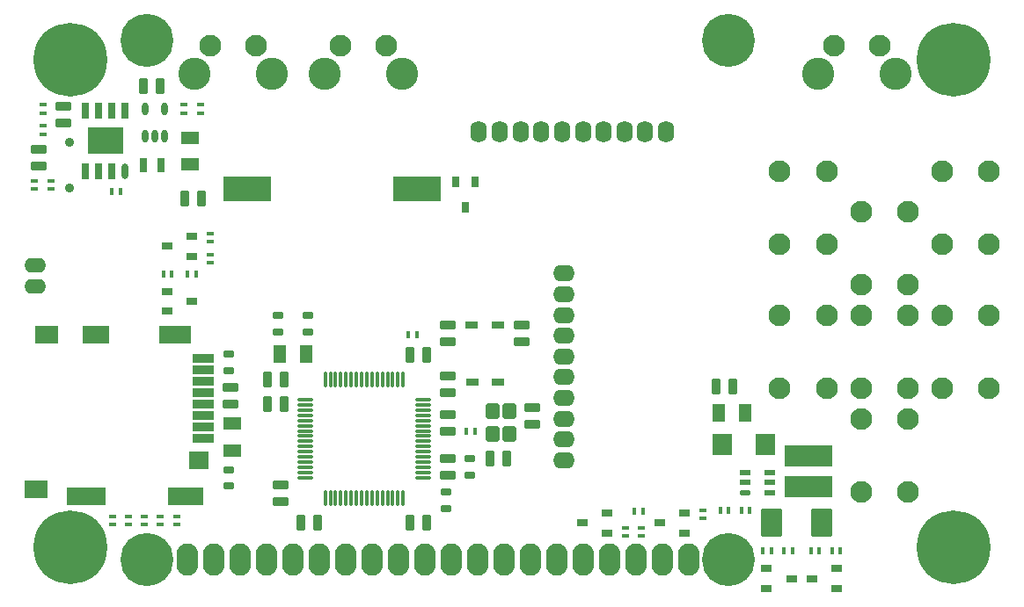
<source format=gbs>
G04 Layer_Color=16711935*
%FSLAX44Y44*%
%MOMM*%
G71*
G01*
G75*
%ADD23C,0.9000*%
%ADD64C,7.1000*%
%ADD65C,2.1000*%
%ADD66C,3.1000*%
%ADD67C,0.1000*%
%ADD68C,5.1000*%
%ADD69O,2.1000X3.1000*%
%ADD70O,2.1000X1.4000*%
%ADD71O,1.6000X2.1000*%
%ADD72O,2.1000X1.6000*%
G04:AMPARAMS|DCode=73|XSize=0.8mm|YSize=1.5mm|CornerRadius=0.12mm|HoleSize=0mm|Usage=FLASHONLY|Rotation=270.000|XOffset=0mm|YOffset=0mm|HoleType=Round|Shape=RoundedRectangle|*
%AMROUNDEDRECTD73*
21,1,0.8000,1.2600,0,0,270.0*
21,1,0.5600,1.5000,0,0,270.0*
1,1,0.2400,-0.6300,-0.2800*
1,1,0.2400,-0.6300,0.2800*
1,1,0.2400,0.6300,0.2800*
1,1,0.2400,0.6300,-0.2800*
%
%ADD73ROUNDEDRECTD73*%
%ADD74R,1.8000X1.3000*%
G04:AMPARAMS|DCode=75|XSize=0.8mm|YSize=1.5mm|CornerRadius=0.12mm|HoleSize=0mm|Usage=FLASHONLY|Rotation=0.000|XOffset=0mm|YOffset=0mm|HoleType=Round|Shape=RoundedRectangle|*
%AMROUNDEDRECTD75*
21,1,0.8000,1.2600,0,0,0.0*
21,1,0.5600,1.5000,0,0,0.0*
1,1,0.2400,0.2800,-0.6300*
1,1,0.2400,-0.2800,-0.6300*
1,1,0.2400,-0.2800,0.6300*
1,1,0.2400,0.2800,0.6300*
%
%ADD75ROUNDEDRECTD75*%
G04:AMPARAMS|DCode=76|XSize=2.1mm|YSize=2.7mm|CornerRadius=0.25mm|HoleSize=0mm|Usage=FLASHONLY|Rotation=180.000|XOffset=0mm|YOffset=0mm|HoleType=Round|Shape=RoundedRectangle|*
%AMROUNDEDRECTD76*
21,1,2.1000,2.2000,0,0,180.0*
21,1,1.6000,2.7000,0,0,180.0*
1,1,0.5000,-0.8000,1.1000*
1,1,0.5000,0.8000,1.1000*
1,1,0.5000,0.8000,-1.1000*
1,1,0.5000,-0.8000,-1.1000*
%
%ADD76ROUNDEDRECTD76*%
%ADD77R,1.3000X1.8000*%
%ADD78R,1.9000X2.1000*%
%ADD79R,0.8000X1.1000*%
%ADD80R,0.7000X1.5000*%
%ADD81O,0.7000X1.5000*%
%ADD82R,3.4000X2.5100*%
%ADD83O,0.7000X1.2000*%
%ADD84O,1.1000X0.5500*%
%ADD85R,1.1000X0.5500*%
%ADD86O,1.5000X0.4000*%
%ADD87O,0.4000X1.5000*%
%ADD88R,4.6000X2.4000*%
%ADD89R,0.8000X1.4000*%
G04:AMPARAMS|DCode=90|XSize=0.7mm|YSize=1.1mm|CornerRadius=0.155mm|HoleSize=0mm|Usage=FLASHONLY|Rotation=270.000|XOffset=0mm|YOffset=0mm|HoleType=Round|Shape=RoundedRectangle|*
%AMROUNDEDRECTD90*
21,1,0.7000,0.7900,0,0,270.0*
21,1,0.3900,1.1000,0,0,270.0*
1,1,0.3100,-0.3950,-0.1950*
1,1,0.3100,-0.3950,0.1950*
1,1,0.3100,0.3950,0.1950*
1,1,0.3100,0.3950,-0.1950*
%
%ADD90ROUNDEDRECTD90*%
%ADD91R,4.6000X2.1000*%
%ADD92R,0.7000X0.4000*%
%ADD93R,0.4000X0.7000*%
%ADD94R,1.1000X0.8000*%
%ADD95R,2.1000X0.9000*%
%ADD96R,1.9000X1.7000*%
%ADD97R,3.5000X1.8000*%
%ADD98R,3.1000X1.8000*%
%ADD99R,2.6000X1.8000*%
%ADD100R,3.7000X1.8000*%
%ADD101R,2.3000X1.8000*%
G04:AMPARAMS|DCode=102|XSize=1.5mm|YSize=1.3mm|CornerRadius=0.17mm|HoleSize=0mm|Usage=FLASHONLY|Rotation=90.000|XOffset=0mm|YOffset=0mm|HoleType=Round|Shape=RoundedRectangle|*
%AMROUNDEDRECTD102*
21,1,1.5000,0.9600,0,0,90.0*
21,1,1.1600,1.3000,0,0,90.0*
1,1,0.3400,0.4800,0.5800*
1,1,0.3400,0.4800,-0.5800*
1,1,0.3400,-0.4800,-0.5800*
1,1,0.3400,-0.4800,0.5800*
%
%ADD102ROUNDEDRECTD102*%
%ADD103R,1.3000X0.8000*%
D23*
X49397Y396500D02*
D03*
Y440500D02*
D03*
D64*
X50000Y50000D02*
D03*
Y520000D02*
D03*
X900000D02*
D03*
Y50000D02*
D03*
D65*
X784750Y534000D02*
D03*
X829000D02*
D03*
X309750D02*
D03*
X354000D02*
D03*
X184500D02*
D03*
X228750D02*
D03*
X732750Y413000D02*
D03*
X777750D02*
D03*
Y342500D02*
D03*
X732750D02*
D03*
X810750Y374000D02*
D03*
X855750D02*
D03*
Y303500D02*
D03*
X810750D02*
D03*
X888750Y413000D02*
D03*
X933750D02*
D03*
Y342500D02*
D03*
X888750D02*
D03*
X732750Y274000D02*
D03*
X777750D02*
D03*
Y203500D02*
D03*
X732750D02*
D03*
X810750Y274000D02*
D03*
X855750D02*
D03*
Y203500D02*
D03*
X810750D02*
D03*
X888750Y274000D02*
D03*
X933750D02*
D03*
Y203500D02*
D03*
X888750D02*
D03*
X810750Y174000D02*
D03*
X855750D02*
D03*
Y103500D02*
D03*
X810750D02*
D03*
D66*
X769750Y506750D02*
D03*
X844000D02*
D03*
X294750D02*
D03*
X369000D02*
D03*
X169500D02*
D03*
X243750D02*
D03*
D67*
X266897Y395750D02*
D03*
X341397D02*
D03*
D68*
X683400Y38750D02*
D03*
Y538500D02*
D03*
X123500D02*
D03*
Y38750D02*
D03*
D69*
X162200Y38650D02*
D03*
X187600D02*
D03*
X213000D02*
D03*
X238400D02*
D03*
X263800D02*
D03*
X289200D02*
D03*
X314600D02*
D03*
X340000D02*
D03*
X365400D02*
D03*
X390800D02*
D03*
X416200D02*
D03*
X441600D02*
D03*
X467000D02*
D03*
X492400D02*
D03*
X517800D02*
D03*
X543200D02*
D03*
X568600D02*
D03*
X594000D02*
D03*
X619400D02*
D03*
X644800D02*
D03*
D70*
X16250Y302250D02*
D03*
Y322250D02*
D03*
D71*
X443250Y451253D02*
D03*
X463250D02*
D03*
X483250D02*
D03*
X503250D02*
D03*
X523250D02*
D03*
X543250D02*
D03*
X563250D02*
D03*
X583250D02*
D03*
X603250D02*
D03*
X623250D02*
D03*
D72*
X525000Y314250D02*
D03*
Y294250D02*
D03*
Y274250D02*
D03*
Y254250D02*
D03*
Y234250D02*
D03*
Y214250D02*
D03*
Y194250D02*
D03*
Y174250D02*
D03*
Y154250D02*
D03*
Y134250D02*
D03*
D73*
X19500Y418000D02*
D03*
Y434000D02*
D03*
X43000Y475000D02*
D03*
Y459000D02*
D03*
X204250Y204750D02*
D03*
Y188750D02*
D03*
X494750Y168750D02*
D03*
Y184750D02*
D03*
X413250Y162250D02*
D03*
Y178250D02*
D03*
Y248250D02*
D03*
Y264250D02*
D03*
X484250Y248250D02*
D03*
Y264250D02*
D03*
X413250Y215500D02*
D03*
Y199500D02*
D03*
X252250Y110500D02*
D03*
Y94500D02*
D03*
X413250Y135500D02*
D03*
Y119500D02*
D03*
D74*
X165000Y419250D02*
D03*
Y445250D02*
D03*
X205750Y169750D02*
D03*
Y143750D02*
D03*
D75*
X176000Y386750D02*
D03*
X160000D02*
D03*
X136500Y495000D02*
D03*
X120500D02*
D03*
X687250Y205250D02*
D03*
X671250D02*
D03*
X272250Y74500D02*
D03*
X288250D02*
D03*
X469750Y135750D02*
D03*
X453750D02*
D03*
X239750Y188500D02*
D03*
X255750D02*
D03*
X239750Y212000D02*
D03*
X255750D02*
D03*
X393250Y235500D02*
D03*
X377250D02*
D03*
X393250Y74500D02*
D03*
X377250D02*
D03*
D76*
X725000Y74250D02*
D03*
X773000D02*
D03*
D77*
X673750Y180250D02*
D03*
X699750D02*
D03*
X277250Y237000D02*
D03*
X251250D02*
D03*
D78*
X719000Y149250D02*
D03*
X677000D02*
D03*
D79*
X430000Y378250D02*
D03*
X439500Y402250D02*
D03*
X420500D02*
D03*
D80*
X102550Y471500D02*
D03*
X89850D02*
D03*
X77150D02*
D03*
X64450D02*
D03*
X64450Y412500D02*
D03*
X77150D02*
D03*
X89850D02*
D03*
D81*
X102550D02*
D03*
D82*
X83500Y442000D02*
D03*
D83*
X121750Y473000D02*
D03*
X140750D02*
D03*
X121750Y447000D02*
D03*
X131250D02*
D03*
X140750D02*
D03*
D84*
X699500Y103250D02*
D03*
D85*
Y112750D02*
D03*
Y122250D02*
D03*
X723500D02*
D03*
Y112750D02*
D03*
Y103250D02*
D03*
D86*
X389750Y192500D02*
D03*
Y187500D02*
D03*
Y182500D02*
D03*
Y177500D02*
D03*
Y172500D02*
D03*
Y167500D02*
D03*
Y162500D02*
D03*
Y157500D02*
D03*
Y152500D02*
D03*
Y147500D02*
D03*
Y142500D02*
D03*
Y137500D02*
D03*
Y132500D02*
D03*
Y127500D02*
D03*
Y122500D02*
D03*
Y117500D02*
D03*
X275750D02*
D03*
Y122500D02*
D03*
Y127500D02*
D03*
Y132500D02*
D03*
Y137500D02*
D03*
Y142500D02*
D03*
Y147500D02*
D03*
Y152500D02*
D03*
Y157500D02*
D03*
Y162500D02*
D03*
Y167500D02*
D03*
Y172500D02*
D03*
Y177500D02*
D03*
Y182500D02*
D03*
Y187500D02*
D03*
Y192500D02*
D03*
D87*
X370250Y98000D02*
D03*
X365250D02*
D03*
X360250D02*
D03*
X355250D02*
D03*
X350250D02*
D03*
X345250D02*
D03*
X340250D02*
D03*
X335250D02*
D03*
X330250D02*
D03*
X325250D02*
D03*
X320250D02*
D03*
X315250D02*
D03*
X310250D02*
D03*
X305250D02*
D03*
X300250D02*
D03*
X295250D02*
D03*
Y212000D02*
D03*
X300250D02*
D03*
X305250D02*
D03*
X310250D02*
D03*
X315250D02*
D03*
X320250D02*
D03*
X325250D02*
D03*
X330250D02*
D03*
X335250D02*
D03*
X340250D02*
D03*
X345250D02*
D03*
X350250D02*
D03*
X355250D02*
D03*
X360250D02*
D03*
X365250D02*
D03*
X370250D02*
D03*
D88*
X219897Y395750D02*
D03*
X383897D02*
D03*
D89*
X137500Y419000D02*
D03*
X120500D02*
D03*
D90*
X278250Y274000D02*
D03*
Y258000D02*
D03*
X202250Y236750D02*
D03*
Y220750D02*
D03*
Y109250D02*
D03*
Y125250D02*
D03*
X411250Y87500D02*
D03*
Y103500D02*
D03*
X250250Y274000D02*
D03*
Y258000D02*
D03*
X434750Y120000D02*
D03*
Y136000D02*
D03*
D91*
X760500Y108750D02*
D03*
Y138750D02*
D03*
D92*
X23500Y469000D02*
D03*
Y477000D02*
D03*
Y448500D02*
D03*
Y456500D02*
D03*
X15500Y403500D02*
D03*
Y395500D02*
D03*
X31000D02*
D03*
Y403500D02*
D03*
X184750Y345000D02*
D03*
Y353000D02*
D03*
Y324500D02*
D03*
Y332500D02*
D03*
X175000Y477000D02*
D03*
Y469000D02*
D03*
X159500Y477000D02*
D03*
Y469000D02*
D03*
X105750Y72000D02*
D03*
Y80000D02*
D03*
X90250Y72000D02*
D03*
Y80000D02*
D03*
X152250Y72000D02*
D03*
Y80000D02*
D03*
X136750Y72000D02*
D03*
Y80000D02*
D03*
X121250Y72000D02*
D03*
Y80000D02*
D03*
X584000Y69250D02*
D03*
Y61250D02*
D03*
X599500Y69250D02*
D03*
Y61250D02*
D03*
X658500Y78250D02*
D03*
Y86250D02*
D03*
D93*
X98000Y393000D02*
D03*
X90000D02*
D03*
X147750Y314000D02*
D03*
X139750D02*
D03*
X170750D02*
D03*
X162750D02*
D03*
X724500Y46750D02*
D03*
X716500D02*
D03*
X745000D02*
D03*
X737000D02*
D03*
X783000D02*
D03*
X791000D02*
D03*
X683500Y86250D02*
D03*
X675500D02*
D03*
X762500Y46750D02*
D03*
X770500D02*
D03*
X704000Y86250D02*
D03*
X696000D02*
D03*
X439250Y161750D02*
D03*
X431250D02*
D03*
X383250Y255000D02*
D03*
X375250D02*
D03*
X601000Y84750D02*
D03*
X593000D02*
D03*
D94*
X167250Y287500D02*
D03*
X143250Y297000D02*
D03*
Y278000D02*
D03*
X143250Y340500D02*
D03*
X167250Y331000D02*
D03*
Y350000D02*
D03*
X744000Y20250D02*
D03*
X720000Y29750D02*
D03*
Y10750D02*
D03*
X763500Y20250D02*
D03*
X787500Y10750D02*
D03*
Y29750D02*
D03*
X542500Y73750D02*
D03*
X566500Y64250D02*
D03*
Y83250D02*
D03*
X617000Y73750D02*
D03*
X641000Y64250D02*
D03*
Y83250D02*
D03*
D95*
X177750Y232500D02*
D03*
Y221500D02*
D03*
Y210500D02*
D03*
Y199500D02*
D03*
Y188500D02*
D03*
Y177500D02*
D03*
Y166500D02*
D03*
Y155500D02*
D03*
D96*
X173750Y134600D02*
D03*
D97*
X160750Y99500D02*
D03*
D98*
X150750Y255500D02*
D03*
D99*
X74750D02*
D03*
D100*
X65250Y99500D02*
D03*
D101*
X27250Y255500D02*
D03*
X17250Y106000D02*
D03*
D102*
X456250Y159250D02*
D03*
X472250D02*
D03*
Y181250D02*
D03*
X456250D02*
D03*
D103*
X461750Y264250D02*
D03*
Y209250D02*
D03*
X436750D02*
D03*
X435750Y264250D02*
D03*
M02*

</source>
